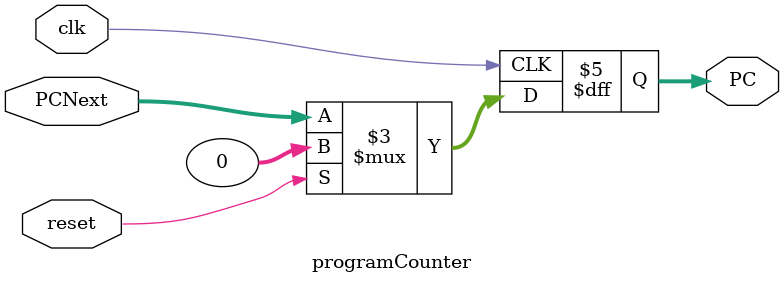
<source format=v>
module programCounter(clk, reset, PCNext, PC);

input clk, reset;
//Novo valor de PC;
input [31:0]PCNext;
//Quem receberá o novo valor de PC;
output reg [31:0] PC;

always @ (posedge clk)
begin
if(reset)
	PC = 32'h00000000;
else
//Atribui novo valor de PC ao próximo PC
	PC = PCNext;
end
endmodule

</source>
